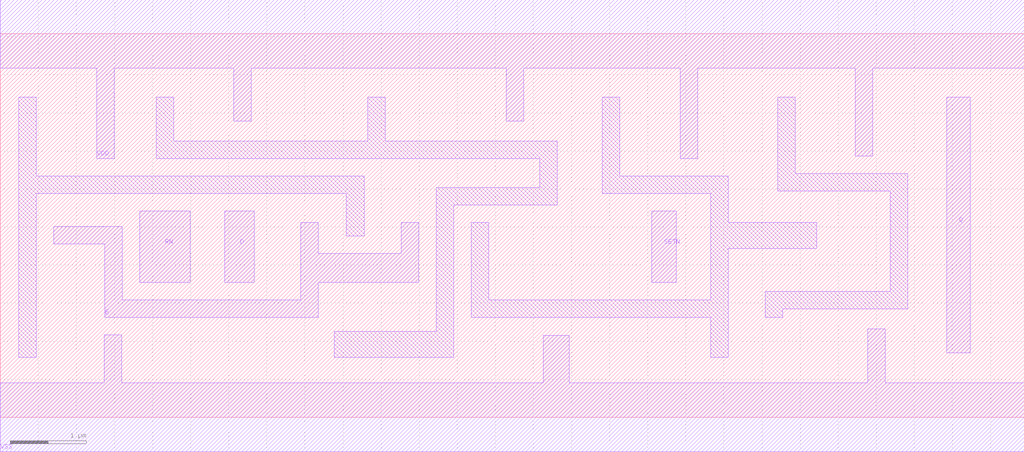
<source format=lef>
# Copyright 2022 GlobalFoundries PDK Authors
#
# Licensed under the Apache License, Version 2.0 (the "License");
# you may not use this file except in compliance with the License.
# You may obtain a copy of the License at
#
#      http://www.apache.org/licenses/LICENSE-2.0
#
# Unless required by applicable law or agreed to in writing, software
# distributed under the License is distributed on an "AS IS" BASIS,
# WITHOUT WARRANTIES OR CONDITIONS OF ANY KIND, either express or implied.
# See the License for the specific language governing permissions and
# limitations under the License.

MACRO gf180mcu_fd_sc_mcu9t5v0__latrsnq_1
  CLASS core ;
  FOREIGN gf180mcu_fd_sc_mcu9t5v0__latrsnq_1 0.0 0.0 ;
  ORIGIN 0 0 ;
  SYMMETRY X Y ;
  SITE GF018hv5v_green_sc9 ;
  SIZE 13.44 BY 5.04 ;
  PIN D
    DIRECTION INPUT ;
    ANTENNAGATEAREA 0.92 ;
    PORT
      LAYER METAL1 ;
        POLYGON 2.95 1.77 3.335 1.77 3.335 2.71 2.95 2.71  ;
    END
  END D
  PIN E
    DIRECTION INPUT ;
    USE clock ;
    ANTENNAGATEAREA 2.084 ;
    PORT
      LAYER METAL1 ;
        POLYGON 0.705 2.275 1.37 2.275 1.37 1.31 4.175 1.31 4.175 1.77 5.495 1.77 5.495 2.56 5.265 2.56 5.265 2.15 4.175 2.15 4.175 2.56 3.945 2.56 3.945 1.54 1.6 1.54 1.6 2.505 0.705 2.505  ;
    END
  END E
  PIN RN
    DIRECTION INPUT ;
    ANTENNAGATEAREA 1.34 ;
    PORT
      LAYER METAL1 ;
        POLYGON 1.83 1.77 2.495 1.77 2.495 2.71 1.83 2.71  ;
    END
  END RN
  PIN SETN
    DIRECTION INPUT ;
    ANTENNAGATEAREA 1.164 ;
    PORT
      LAYER METAL1 ;
        POLYGON 8.55 1.77 8.875 1.77 8.875 2.71 8.55 2.71  ;
    END
  END SETN
  PIN Q
    DIRECTION OUTPUT ;
    ANTENNADIFFAREA 1.386 ;
    PORT
      LAYER METAL1 ;
        POLYGON 12.425 0.845 12.735 0.845 12.735 4.21 12.425 4.21  ;
    END
  END Q
  PIN VDD
    DIRECTION INOUT ;
    USE power ;
    SHAPE ABUTMENT ;
    PORT
      LAYER METAL1 ;
        POLYGON 0 4.59 1.265 4.59 1.265 3.4 1.495 3.4 1.495 4.59 3.065 4.59 3.065 3.89 3.295 3.89 3.295 4.59 6.645 4.59 6.645 3.89 6.875 3.89 6.875 4.59 7.315 4.59 8.925 4.59 8.925 3.4 9.155 3.4 9.155 4.59 11.225 4.59 11.225 3.43 11.455 3.43 11.455 4.59 11.915 4.59 13.44 4.59 13.44 5.49 11.915 5.49 7.315 5.49 0 5.49  ;
    END
  END VDD
  PIN VSS
    DIRECTION INOUT ;
    USE ground ;
    SHAPE ABUTMENT ;
    PORT
      LAYER METAL1 ;
        POLYGON 0 -0.45 13.44 -0.45 13.44 0.45 11.615 0.45 11.615 1.165 11.385 1.165 11.385 0.45 7.47 0.45 7.47 1.075 7.13 1.075 7.13 0.45 1.595 0.45 1.595 1.08 1.365 1.08 1.365 0.45 0 0.45  ;
    END
  END VSS
  OBS
      LAYER METAL1 ;
        POLYGON 0.245 0.79 0.475 0.79 0.475 2.94 4.545 2.94 4.545 2.38 4.775 2.38 4.775 3.17 0.475 3.17 0.475 4.21 0.245 4.21  ;
        POLYGON 2.045 3.4 7.085 3.4 7.085 3.02 5.725 3.02 5.725 1.13 4.385 1.13 4.385 0.79 5.955 0.79 5.955 2.79 7.315 2.79 7.315 3.63 5.055 3.63 5.055 4.21 4.825 4.21 4.825 3.63 2.275 3.63 2.275 4.21 2.045 4.21  ;
        POLYGON 7.905 2.94 9.325 2.94 9.325 1.54 6.415 1.54 6.415 2.56 6.185 2.56 6.185 1.31 9.325 1.31 9.325 0.79 9.555 0.79 9.555 2.22 10.715 2.22 10.715 2.56 9.555 2.56 9.555 3.17 8.135 3.17 8.135 4.21 7.905 4.21  ;
        POLYGON 10.205 2.97 11.685 2.97 11.685 1.655 10.045 1.655 10.045 1.315 10.275 1.315 10.275 1.425 11.915 1.425 11.915 3.2 10.435 3.2 10.435 4.21 10.205 4.21  ;
  END
END gf180mcu_fd_sc_mcu9t5v0__latrsnq_1

</source>
